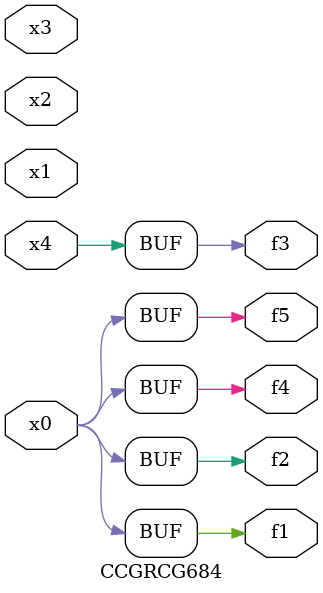
<source format=v>
module CCGRCG684(
	input x0, x1, x2, x3, x4,
	output f1, f2, f3, f4, f5
);
	assign f1 = x0;
	assign f2 = x0;
	assign f3 = x4;
	assign f4 = x0;
	assign f5 = x0;
endmodule

</source>
